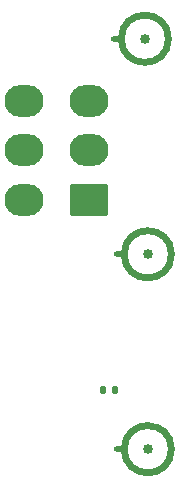
<source format=gbr>
G04 #@! TF.GenerationSoftware,KiCad,Pcbnew,7.0.10*
G04 #@! TF.CreationDate,2024-01-16T22:15:53+03:00*
G04 #@! TF.ProjectId,Eco_display,45636f5f-6469-4737-906c-61792e6b6963,rev?*
G04 #@! TF.SameCoordinates,Original*
G04 #@! TF.FileFunction,Soldermask,Top*
G04 #@! TF.FilePolarity,Negative*
%FSLAX46Y46*%
G04 Gerber Fmt 4.6, Leading zero omitted, Abs format (unit mm)*
G04 Created by KiCad (PCBNEW 7.0.10) date 2024-01-16 22:15:53*
%MOMM*%
%LPD*%
G01*
G04 APERTURE LIST*
G04 Aperture macros list*
%AMRoundRect*
0 Rectangle with rounded corners*
0 $1 Rounding radius*
0 $2 $3 $4 $5 $6 $7 $8 $9 X,Y pos of 4 corners*
0 Add a 4 corners polygon primitive as box body*
4,1,4,$2,$3,$4,$5,$6,$7,$8,$9,$2,$3,0*
0 Add four circle primitives for the rounded corners*
1,1,$1+$1,$2,$3*
1,1,$1+$1,$4,$5*
1,1,$1+$1,$6,$7*
1,1,$1+$1,$8,$9*
0 Add four rect primitives between the rounded corners*
20,1,$1+$1,$2,$3,$4,$5,0*
20,1,$1+$1,$4,$5,$6,$7,0*
20,1,$1+$1,$6,$7,$8,$9,0*
20,1,$1+$1,$8,$9,$2,$3,0*%
G04 Aperture macros list end*
%ADD10C,0.600000*%
%ADD11RoundRect,0.135000X-0.135000X-0.185000X0.135000X-0.185000X0.135000X0.185000X-0.135000X0.185000X0*%
%ADD12C,0.850000*%
%ADD13C,0.500000*%
%ADD14O,1.200000X0.500000*%
%ADD15RoundRect,0.250001X1.399999X-1.099999X1.399999X1.099999X-1.399999X1.099999X-1.399999X-1.099999X0*%
%ADD16O,3.300000X2.700000*%
G04 APERTURE END LIST*
D10*
X147500000Y-85250000D02*
G75*
G03*
X143500000Y-85250000I-2000000J0D01*
G01*
X143500000Y-85250000D02*
G75*
G03*
X147500000Y-85250000I2000000J0D01*
G01*
X147500000Y-101750000D02*
G75*
G03*
X143500000Y-101750000I-2000000J0D01*
G01*
X143500000Y-101750000D02*
G75*
G03*
X147500000Y-101750000I2000000J0D01*
G01*
X147250000Y-67000000D02*
G75*
G03*
X143250000Y-67000000I-2000000J0D01*
G01*
X143250000Y-67000000D02*
G75*
G03*
X147250000Y-67000000I2000000J0D01*
G01*
D11*
X141740000Y-96750000D03*
X142760000Y-96750000D03*
D12*
X145500000Y-85250000D03*
D13*
X147500000Y-85250000D03*
X147050000Y-86475000D03*
X146975000Y-83900000D03*
X145500000Y-87250000D03*
X145500000Y-83250000D03*
X144125000Y-83800000D03*
X143900000Y-86425000D03*
D14*
X143200000Y-85250000D03*
D12*
X145500000Y-101750000D03*
D13*
X147500000Y-101750000D03*
X147050000Y-102975000D03*
X146975000Y-100400000D03*
X145500000Y-103750000D03*
X145500000Y-99750000D03*
X144125000Y-100300000D03*
X143900000Y-102925000D03*
D14*
X143200000Y-101750000D03*
D12*
X145250000Y-67000000D03*
D13*
X147250000Y-67000000D03*
X146800000Y-68225000D03*
X146725000Y-65650000D03*
X145250000Y-69000000D03*
X145250000Y-65000000D03*
X143875000Y-65550000D03*
X143650000Y-68175000D03*
D14*
X142950000Y-67000000D03*
D15*
X140500000Y-80650000D03*
D16*
X140500000Y-76450000D03*
X140500000Y-72250000D03*
X135000000Y-80650000D03*
X135000000Y-76450000D03*
X135000000Y-72250000D03*
M02*

</source>
